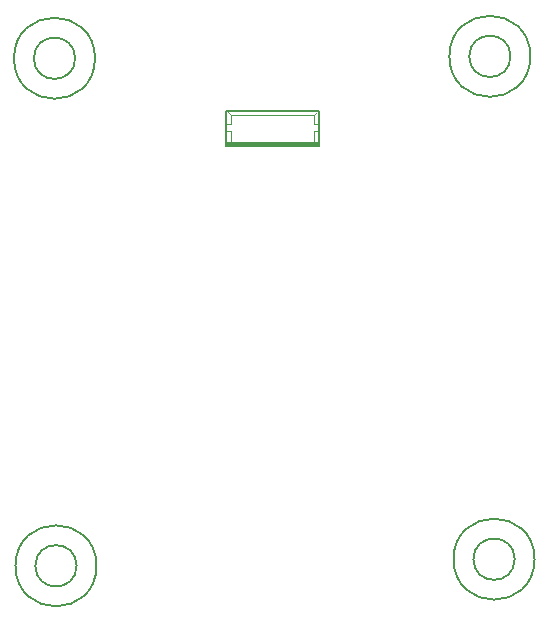
<source format=gbr>
%TF.GenerationSoftware,Altium Limited,Altium Designer,18.0.12 (696)*%
G04 Layer_Color=8388736*
%FSLAX26Y26*%
%MOIN*%
%TF.FileFunction,Other,Top_Assembly*%
%TF.Part,Single*%
G01*
G75*
%TA.AperFunction,NonConductor*%
%ADD25C,0.008000*%
%ADD26C,0.006000*%
%ADD27C,0.002000*%
G36*
X1771400Y2584720D02*
Y2599490D01*
X2076520D01*
Y2584720D01*
X1771400D01*
D02*
G37*
D25*
X1271260Y1186220D02*
G03*
X1271260Y1186220I-68900J0D01*
G01*
X2731580Y1208230D02*
G03*
X2731580Y1208230I-68900J0D01*
G01*
X1266290Y2878000D02*
G03*
X1266290Y2878000I-68900J0D01*
G01*
X2717580Y2884370D02*
G03*
X2717580Y2884370I-68900J0D01*
G01*
X1770420Y2584720D02*
Y2702840D01*
X2077500D01*
Y2584720D02*
Y2702840D01*
X1770420Y2584720D02*
X2077500D01*
D26*
X1337360Y1186220D02*
G03*
X1337360Y1186220I-135000J0D01*
G01*
X2797680Y1208230D02*
G03*
X2797680Y1208230I-135000J0D01*
G01*
X1332390Y2878000D02*
G03*
X1332390Y2878000I-135000J0D01*
G01*
X2783680Y2884370D02*
G03*
X2783680Y2884370I-135000J0D01*
G01*
D27*
X1776320Y2697910D02*
X1786160Y2688070D01*
X2061760D02*
X2071600Y2697910D01*
X2061760Y2658540D02*
Y2688070D01*
X1786160D02*
X2061760D01*
X1786160Y2658540D02*
Y2688070D01*
X2061760Y2658540D02*
X2076520D01*
X1771400D02*
X1786160D01*
X2061760Y2594570D02*
Y2633940D01*
X2076520D01*
X1786160Y2594570D02*
Y2633940D01*
X1771400D02*
X1786160D01*
%TF.MD5,064a982fe47d2694e58378214c9a196e*%
M02*

</source>
